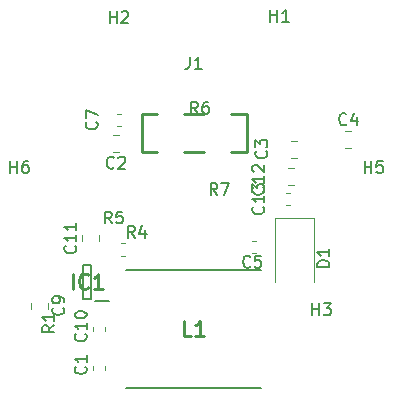
<source format=gbr>
%TF.GenerationSoftware,KiCad,Pcbnew,(6.0.10)*%
%TF.CreationDate,2023-09-05T22:10:59+02:00*%
%TF.ProjectId,Pump PCB,50756d70-2050-4434-922e-6b696361645f,rev?*%
%TF.SameCoordinates,Original*%
%TF.FileFunction,Legend,Top*%
%TF.FilePolarity,Positive*%
%FSLAX46Y46*%
G04 Gerber Fmt 4.6, Leading zero omitted, Abs format (unit mm)*
G04 Created by KiCad (PCBNEW (6.0.10)) date 2023-09-05 22:10:59*
%MOMM*%
%LPD*%
G01*
G04 APERTURE LIST*
%ADD10C,0.150000*%
%ADD11C,0.254000*%
%ADD12C,0.120000*%
%ADD13C,0.200000*%
%ADD14C,0.250000*%
G04 APERTURE END LIST*
D10*
%TO.C,C2*%
X122261333Y-52299142D02*
X122213714Y-52346761D01*
X122070857Y-52394380D01*
X121975619Y-52394380D01*
X121832761Y-52346761D01*
X121737523Y-52251523D01*
X121689904Y-52156285D01*
X121642285Y-51965809D01*
X121642285Y-51822952D01*
X121689904Y-51632476D01*
X121737523Y-51537238D01*
X121832761Y-51442000D01*
X121975619Y-51394380D01*
X122070857Y-51394380D01*
X122213714Y-51442000D01*
X122261333Y-51489619D01*
X122642285Y-51489619D02*
X122689904Y-51442000D01*
X122785142Y-51394380D01*
X123023238Y-51394380D01*
X123118476Y-51442000D01*
X123166095Y-51489619D01*
X123213714Y-51584857D01*
X123213714Y-51680095D01*
X123166095Y-51822952D01*
X122594666Y-52394380D01*
X123213714Y-52394380D01*
%TO.C,C3*%
X135148142Y-50916666D02*
X135195761Y-50964285D01*
X135243380Y-51107142D01*
X135243380Y-51202380D01*
X135195761Y-51345238D01*
X135100523Y-51440476D01*
X135005285Y-51488095D01*
X134814809Y-51535714D01*
X134671952Y-51535714D01*
X134481476Y-51488095D01*
X134386238Y-51440476D01*
X134291000Y-51345238D01*
X134243380Y-51202380D01*
X134243380Y-51107142D01*
X134291000Y-50964285D01*
X134338619Y-50916666D01*
X134243380Y-50583333D02*
X134243380Y-49964285D01*
X134624333Y-50297619D01*
X134624333Y-50154761D01*
X134671952Y-50059523D01*
X134719571Y-50011904D01*
X134814809Y-49964285D01*
X135052904Y-49964285D01*
X135148142Y-50011904D01*
X135195761Y-50059523D01*
X135243380Y-50154761D01*
X135243380Y-50440476D01*
X135195761Y-50535714D01*
X135148142Y-50583333D01*
%TO.C,C4*%
X141946333Y-48618142D02*
X141898714Y-48665761D01*
X141755857Y-48713380D01*
X141660619Y-48713380D01*
X141517761Y-48665761D01*
X141422523Y-48570523D01*
X141374904Y-48475285D01*
X141327285Y-48284809D01*
X141327285Y-48141952D01*
X141374904Y-47951476D01*
X141422523Y-47856238D01*
X141517761Y-47761000D01*
X141660619Y-47713380D01*
X141755857Y-47713380D01*
X141898714Y-47761000D01*
X141946333Y-47808619D01*
X142803476Y-48046714D02*
X142803476Y-48713380D01*
X142565380Y-47665761D02*
X142327285Y-48380047D01*
X142946333Y-48380047D01*
%TO.C,C7*%
X120785142Y-48458666D02*
X120832761Y-48506285D01*
X120880380Y-48649142D01*
X120880380Y-48744380D01*
X120832761Y-48887238D01*
X120737523Y-48982476D01*
X120642285Y-49030095D01*
X120451809Y-49077714D01*
X120308952Y-49077714D01*
X120118476Y-49030095D01*
X120023238Y-48982476D01*
X119928000Y-48887238D01*
X119880380Y-48744380D01*
X119880380Y-48649142D01*
X119928000Y-48506285D01*
X119975619Y-48458666D01*
X119880380Y-48125333D02*
X119880380Y-47458666D01*
X120880380Y-47887238D01*
%TO.C,C10*%
X119857142Y-66392857D02*
X119904761Y-66440476D01*
X119952380Y-66583333D01*
X119952380Y-66678571D01*
X119904761Y-66821428D01*
X119809523Y-66916666D01*
X119714285Y-66964285D01*
X119523809Y-67011904D01*
X119380952Y-67011904D01*
X119190476Y-66964285D01*
X119095238Y-66916666D01*
X119000000Y-66821428D01*
X118952380Y-66678571D01*
X118952380Y-66583333D01*
X119000000Y-66440476D01*
X119047619Y-66392857D01*
X119952380Y-65440476D02*
X119952380Y-66011904D01*
X119952380Y-65726190D02*
X118952380Y-65726190D01*
X119095238Y-65821428D01*
X119190476Y-65916666D01*
X119238095Y-66011904D01*
X118952380Y-64821428D02*
X118952380Y-64726190D01*
X119000000Y-64630952D01*
X119047619Y-64583333D01*
X119142857Y-64535714D01*
X119333333Y-64488095D01*
X119571428Y-64488095D01*
X119761904Y-64535714D01*
X119857142Y-64583333D01*
X119904761Y-64630952D01*
X119952380Y-64726190D01*
X119952380Y-64821428D01*
X119904761Y-64916666D01*
X119857142Y-64964285D01*
X119761904Y-65011904D01*
X119571428Y-65059523D01*
X119333333Y-65059523D01*
X119142857Y-65011904D01*
X119047619Y-64964285D01*
X119000000Y-64916666D01*
X118952380Y-64821428D01*
%TO.C,C12*%
X134894142Y-53978857D02*
X134941761Y-54026476D01*
X134989380Y-54169333D01*
X134989380Y-54264571D01*
X134941761Y-54407428D01*
X134846523Y-54502666D01*
X134751285Y-54550285D01*
X134560809Y-54597904D01*
X134417952Y-54597904D01*
X134227476Y-54550285D01*
X134132238Y-54502666D01*
X134037000Y-54407428D01*
X133989380Y-54264571D01*
X133989380Y-54169333D01*
X134037000Y-54026476D01*
X134084619Y-53978857D01*
X134989380Y-53026476D02*
X134989380Y-53597904D01*
X134989380Y-53312190D02*
X133989380Y-53312190D01*
X134132238Y-53407428D01*
X134227476Y-53502666D01*
X134275095Y-53597904D01*
X134084619Y-52645523D02*
X134037000Y-52597904D01*
X133989380Y-52502666D01*
X133989380Y-52264571D01*
X134037000Y-52169333D01*
X134084619Y-52121714D01*
X134179857Y-52074095D01*
X134275095Y-52074095D01*
X134417952Y-52121714D01*
X134989380Y-52693142D01*
X134989380Y-52074095D01*
%TO.C,C13*%
X134890142Y-55633857D02*
X134937761Y-55681476D01*
X134985380Y-55824333D01*
X134985380Y-55919571D01*
X134937761Y-56062428D01*
X134842523Y-56157666D01*
X134747285Y-56205285D01*
X134556809Y-56252904D01*
X134413952Y-56252904D01*
X134223476Y-56205285D01*
X134128238Y-56157666D01*
X134033000Y-56062428D01*
X133985380Y-55919571D01*
X133985380Y-55824333D01*
X134033000Y-55681476D01*
X134080619Y-55633857D01*
X134985380Y-54681476D02*
X134985380Y-55252904D01*
X134985380Y-54967190D02*
X133985380Y-54967190D01*
X134128238Y-55062428D01*
X134223476Y-55157666D01*
X134271095Y-55252904D01*
X133985380Y-54348142D02*
X133985380Y-53729095D01*
X134366333Y-54062428D01*
X134366333Y-53919571D01*
X134413952Y-53824333D01*
X134461571Y-53776714D01*
X134556809Y-53729095D01*
X134794904Y-53729095D01*
X134890142Y-53776714D01*
X134937761Y-53824333D01*
X134985380Y-53919571D01*
X134985380Y-54205285D01*
X134937761Y-54300523D01*
X134890142Y-54348142D01*
%TO.C,D1*%
X140493380Y-60738095D02*
X139493380Y-60738095D01*
X139493380Y-60500000D01*
X139541000Y-60357142D01*
X139636238Y-60261904D01*
X139731476Y-60214285D01*
X139921952Y-60166666D01*
X140064809Y-60166666D01*
X140255285Y-60214285D01*
X140350523Y-60261904D01*
X140445761Y-60357142D01*
X140493380Y-60500000D01*
X140493380Y-60738095D01*
X140493380Y-59214285D02*
X140493380Y-59785714D01*
X140493380Y-59500000D02*
X139493380Y-59500000D01*
X139636238Y-59595238D01*
X139731476Y-59690476D01*
X139779095Y-59785714D01*
%TO.C,H1*%
X135509095Y-39949380D02*
X135509095Y-38949380D01*
X135509095Y-39425571D02*
X136080523Y-39425571D01*
X136080523Y-39949380D02*
X136080523Y-38949380D01*
X137080523Y-39949380D02*
X136509095Y-39949380D01*
X136794809Y-39949380D02*
X136794809Y-38949380D01*
X136699571Y-39092238D01*
X136604333Y-39187476D01*
X136509095Y-39235095D01*
%TO.C,H2*%
X121920095Y-40076380D02*
X121920095Y-39076380D01*
X121920095Y-39552571D02*
X122491523Y-39552571D01*
X122491523Y-40076380D02*
X122491523Y-39076380D01*
X122920095Y-39171619D02*
X122967714Y-39124000D01*
X123062952Y-39076380D01*
X123301047Y-39076380D01*
X123396285Y-39124000D01*
X123443904Y-39171619D01*
X123491523Y-39266857D01*
X123491523Y-39362095D01*
X123443904Y-39504952D01*
X122872476Y-40076380D01*
X123491523Y-40076380D01*
%TO.C,H3*%
X139065095Y-64816380D02*
X139065095Y-63816380D01*
X139065095Y-64292571D02*
X139636523Y-64292571D01*
X139636523Y-64816380D02*
X139636523Y-63816380D01*
X140017476Y-63816380D02*
X140636523Y-63816380D01*
X140303190Y-64197333D01*
X140446047Y-64197333D01*
X140541285Y-64244952D01*
X140588904Y-64292571D01*
X140636523Y-64387809D01*
X140636523Y-64625904D01*
X140588904Y-64721142D01*
X140541285Y-64768761D01*
X140446047Y-64816380D01*
X140160333Y-64816380D01*
X140065095Y-64768761D01*
X140017476Y-64721142D01*
%TO.C,H5*%
X143488095Y-52752380D02*
X143488095Y-51752380D01*
X143488095Y-52228571D02*
X144059523Y-52228571D01*
X144059523Y-52752380D02*
X144059523Y-51752380D01*
X145011904Y-51752380D02*
X144535714Y-51752380D01*
X144488095Y-52228571D01*
X144535714Y-52180952D01*
X144630952Y-52133333D01*
X144869047Y-52133333D01*
X144964285Y-52180952D01*
X145011904Y-52228571D01*
X145059523Y-52323809D01*
X145059523Y-52561904D01*
X145011904Y-52657142D01*
X144964285Y-52704761D01*
X144869047Y-52752380D01*
X144630952Y-52752380D01*
X144535714Y-52704761D01*
X144488095Y-52657142D01*
%TO.C,H6*%
X113488095Y-52752380D02*
X113488095Y-51752380D01*
X113488095Y-52228571D02*
X114059523Y-52228571D01*
X114059523Y-52752380D02*
X114059523Y-51752380D01*
X114964285Y-51752380D02*
X114773809Y-51752380D01*
X114678571Y-51800000D01*
X114630952Y-51847619D01*
X114535714Y-51990476D01*
X114488095Y-52180952D01*
X114488095Y-52561904D01*
X114535714Y-52657142D01*
X114583333Y-52704761D01*
X114678571Y-52752380D01*
X114869047Y-52752380D01*
X114964285Y-52704761D01*
X115011904Y-52657142D01*
X115059523Y-52561904D01*
X115059523Y-52323809D01*
X115011904Y-52228571D01*
X114964285Y-52180952D01*
X114869047Y-52133333D01*
X114678571Y-52133333D01*
X114583333Y-52180952D01*
X114535714Y-52228571D01*
X114488095Y-52323809D01*
D11*
%TO.C,IC1*%
X118760238Y-62574523D02*
X118760238Y-61304523D01*
X120090714Y-62453571D02*
X120030238Y-62514047D01*
X119848809Y-62574523D01*
X119727857Y-62574523D01*
X119546428Y-62514047D01*
X119425476Y-62393095D01*
X119365000Y-62272142D01*
X119304523Y-62030238D01*
X119304523Y-61848809D01*
X119365000Y-61606904D01*
X119425476Y-61485952D01*
X119546428Y-61365000D01*
X119727857Y-61304523D01*
X119848809Y-61304523D01*
X120030238Y-61365000D01*
X120090714Y-61425476D01*
X121300238Y-62574523D02*
X120574523Y-62574523D01*
X120937380Y-62574523D02*
X120937380Y-61304523D01*
X120816428Y-61485952D01*
X120695476Y-61606904D01*
X120574523Y-61667380D01*
%TO.C,L1*%
X128788333Y-66574523D02*
X128183571Y-66574523D01*
X128183571Y-65304523D01*
X129876904Y-66574523D02*
X129151190Y-66574523D01*
X129514047Y-66574523D02*
X129514047Y-65304523D01*
X129393095Y-65485952D01*
X129272142Y-65606904D01*
X129151190Y-65667380D01*
D10*
%TO.C,R1*%
X117202380Y-65666666D02*
X116726190Y-66000000D01*
X117202380Y-66238095D02*
X116202380Y-66238095D01*
X116202380Y-65857142D01*
X116250000Y-65761904D01*
X116297619Y-65714285D01*
X116392857Y-65666666D01*
X116535714Y-65666666D01*
X116630952Y-65714285D01*
X116678571Y-65761904D01*
X116726190Y-65857142D01*
X116726190Y-66238095D01*
X117202380Y-64714285D02*
X117202380Y-65285714D01*
X117202380Y-65000000D02*
X116202380Y-65000000D01*
X116345238Y-65095238D01*
X116440476Y-65190476D01*
X116488095Y-65285714D01*
%TO.C,R4*%
X124039333Y-58237380D02*
X123706000Y-57761190D01*
X123467904Y-58237380D02*
X123467904Y-57237380D01*
X123848857Y-57237380D01*
X123944095Y-57285000D01*
X123991714Y-57332619D01*
X124039333Y-57427857D01*
X124039333Y-57570714D01*
X123991714Y-57665952D01*
X123944095Y-57713571D01*
X123848857Y-57761190D01*
X123467904Y-57761190D01*
X124896476Y-57570714D02*
X124896476Y-58237380D01*
X124658380Y-57189761D02*
X124420285Y-57904047D01*
X125039333Y-57904047D01*
%TO.C,R5*%
X122083333Y-57032380D02*
X121750000Y-56556190D01*
X121511904Y-57032380D02*
X121511904Y-56032380D01*
X121892857Y-56032380D01*
X121988095Y-56080000D01*
X122035714Y-56127619D01*
X122083333Y-56222857D01*
X122083333Y-56365714D01*
X122035714Y-56460952D01*
X121988095Y-56508571D01*
X121892857Y-56556190D01*
X121511904Y-56556190D01*
X122988095Y-56032380D02*
X122511904Y-56032380D01*
X122464285Y-56508571D01*
X122511904Y-56460952D01*
X122607142Y-56413333D01*
X122845238Y-56413333D01*
X122940476Y-56460952D01*
X122988095Y-56508571D01*
X123035714Y-56603809D01*
X123035714Y-56841904D01*
X122988095Y-56937142D01*
X122940476Y-56984761D01*
X122845238Y-57032380D01*
X122607142Y-57032380D01*
X122511904Y-56984761D01*
X122464285Y-56937142D01*
%TO.C,C11*%
X118976142Y-58935857D02*
X119023761Y-58983476D01*
X119071380Y-59126333D01*
X119071380Y-59221571D01*
X119023761Y-59364428D01*
X118928523Y-59459666D01*
X118833285Y-59507285D01*
X118642809Y-59554904D01*
X118499952Y-59554904D01*
X118309476Y-59507285D01*
X118214238Y-59459666D01*
X118119000Y-59364428D01*
X118071380Y-59221571D01*
X118071380Y-59126333D01*
X118119000Y-58983476D01*
X118166619Y-58935857D01*
X119071380Y-57983476D02*
X119071380Y-58554904D01*
X119071380Y-58269190D02*
X118071380Y-58269190D01*
X118214238Y-58364428D01*
X118309476Y-58459666D01*
X118357095Y-58554904D01*
X119071380Y-57031095D02*
X119071380Y-57602523D01*
X119071380Y-57316809D02*
X118071380Y-57316809D01*
X118214238Y-57412047D01*
X118309476Y-57507285D01*
X118357095Y-57602523D01*
%TO.C,C9*%
X117958142Y-64174666D02*
X118005761Y-64222285D01*
X118053380Y-64365142D01*
X118053380Y-64460380D01*
X118005761Y-64603238D01*
X117910523Y-64698476D01*
X117815285Y-64746095D01*
X117624809Y-64793714D01*
X117481952Y-64793714D01*
X117291476Y-64746095D01*
X117196238Y-64698476D01*
X117101000Y-64603238D01*
X117053380Y-64460380D01*
X117053380Y-64365142D01*
X117101000Y-64222285D01*
X117148619Y-64174666D01*
X118053380Y-63698476D02*
X118053380Y-63508000D01*
X118005761Y-63412761D01*
X117958142Y-63365142D01*
X117815285Y-63269904D01*
X117624809Y-63222285D01*
X117243857Y-63222285D01*
X117148619Y-63269904D01*
X117101000Y-63317523D01*
X117053380Y-63412761D01*
X117053380Y-63603238D01*
X117101000Y-63698476D01*
X117148619Y-63746095D01*
X117243857Y-63793714D01*
X117481952Y-63793714D01*
X117577190Y-63746095D01*
X117624809Y-63698476D01*
X117672428Y-63603238D01*
X117672428Y-63412761D01*
X117624809Y-63317523D01*
X117577190Y-63269904D01*
X117481952Y-63222285D01*
%TO.C,C5*%
X133807333Y-60682142D02*
X133759714Y-60729761D01*
X133616857Y-60777380D01*
X133521619Y-60777380D01*
X133378761Y-60729761D01*
X133283523Y-60634523D01*
X133235904Y-60539285D01*
X133188285Y-60348809D01*
X133188285Y-60205952D01*
X133235904Y-60015476D01*
X133283523Y-59920238D01*
X133378761Y-59825000D01*
X133521619Y-59777380D01*
X133616857Y-59777380D01*
X133759714Y-59825000D01*
X133807333Y-59872619D01*
X134712095Y-59777380D02*
X134235904Y-59777380D01*
X134188285Y-60253571D01*
X134235904Y-60205952D01*
X134331142Y-60158333D01*
X134569238Y-60158333D01*
X134664476Y-60205952D01*
X134712095Y-60253571D01*
X134759714Y-60348809D01*
X134759714Y-60586904D01*
X134712095Y-60682142D01*
X134664476Y-60729761D01*
X134569238Y-60777380D01*
X134331142Y-60777380D01*
X134235904Y-60729761D01*
X134188285Y-60682142D01*
%TO.C,C1*%
X119857142Y-69166666D02*
X119904761Y-69214285D01*
X119952380Y-69357142D01*
X119952380Y-69452380D01*
X119904761Y-69595238D01*
X119809523Y-69690476D01*
X119714285Y-69738095D01*
X119523809Y-69785714D01*
X119380952Y-69785714D01*
X119190476Y-69738095D01*
X119095238Y-69690476D01*
X119000000Y-69595238D01*
X118952380Y-69452380D01*
X118952380Y-69357142D01*
X119000000Y-69214285D01*
X119047619Y-69166666D01*
X119952380Y-68214285D02*
X119952380Y-68785714D01*
X119952380Y-68500000D02*
X118952380Y-68500000D01*
X119095238Y-68595238D01*
X119190476Y-68690476D01*
X119238095Y-68785714D01*
%TO.C,R6*%
X129373333Y-47738380D02*
X129040000Y-47262190D01*
X128801904Y-47738380D02*
X128801904Y-46738380D01*
X129182857Y-46738380D01*
X129278095Y-46786000D01*
X129325714Y-46833619D01*
X129373333Y-46928857D01*
X129373333Y-47071714D01*
X129325714Y-47166952D01*
X129278095Y-47214571D01*
X129182857Y-47262190D01*
X128801904Y-47262190D01*
X130230476Y-46738380D02*
X130040000Y-46738380D01*
X129944761Y-46786000D01*
X129897142Y-46833619D01*
X129801904Y-46976476D01*
X129754285Y-47166952D01*
X129754285Y-47547904D01*
X129801904Y-47643142D01*
X129849523Y-47690761D01*
X129944761Y-47738380D01*
X130135238Y-47738380D01*
X130230476Y-47690761D01*
X130278095Y-47643142D01*
X130325714Y-47547904D01*
X130325714Y-47309809D01*
X130278095Y-47214571D01*
X130230476Y-47166952D01*
X130135238Y-47119333D01*
X129944761Y-47119333D01*
X129849523Y-47166952D01*
X129801904Y-47214571D01*
X129754285Y-47309809D01*
%TO.C,R7*%
X131024333Y-54633380D02*
X130691000Y-54157190D01*
X130452904Y-54633380D02*
X130452904Y-53633380D01*
X130833857Y-53633380D01*
X130929095Y-53681000D01*
X130976714Y-53728619D01*
X131024333Y-53823857D01*
X131024333Y-53966714D01*
X130976714Y-54061952D01*
X130929095Y-54109571D01*
X130833857Y-54157190D01*
X130452904Y-54157190D01*
X131357666Y-53633380D02*
X132024333Y-53633380D01*
X131595761Y-54633380D01*
%TO.C,J1*%
X128698666Y-42940380D02*
X128698666Y-43654666D01*
X128651047Y-43797523D01*
X128555809Y-43892761D01*
X128412952Y-43940380D01*
X128317714Y-43940380D01*
X129698666Y-43940380D02*
X129127238Y-43940380D01*
X129412952Y-43940380D02*
X129412952Y-42940380D01*
X129317714Y-43083238D01*
X129222476Y-43178476D01*
X129127238Y-43226095D01*
D12*
%TO.C,C2*%
X122689252Y-49582000D02*
X122166748Y-49582000D01*
X122689252Y-51002000D02*
X122166748Y-51002000D01*
%TO.C,C3*%
X137279748Y-50040000D02*
X137802252Y-50040000D01*
X137279748Y-51460000D02*
X137802252Y-51460000D01*
%TO.C,C4*%
X141851748Y-50621000D02*
X142374252Y-50621000D01*
X141851748Y-49201000D02*
X142374252Y-49201000D01*
%TO.C,C7*%
X122840779Y-48802000D02*
X122515221Y-48802000D01*
X122840779Y-47782000D02*
X122515221Y-47782000D01*
%TO.C,C10*%
X121510000Y-65837221D02*
X121510000Y-66162779D01*
X120490000Y-65837221D02*
X120490000Y-66162779D01*
%TO.C,C12*%
X137025748Y-53796000D02*
X137548252Y-53796000D01*
X137025748Y-52376000D02*
X137548252Y-52376000D01*
%TO.C,C13*%
X136870221Y-54481000D02*
X137195779Y-54481000D01*
X136870221Y-55501000D02*
X137195779Y-55501000D01*
%TO.C,D1*%
X135891000Y-56600000D02*
X135891000Y-62000000D01*
X139191000Y-56600000D02*
X139191000Y-62000000D01*
X139191000Y-56600000D02*
X135891000Y-56600000D01*
D13*
%TO.C,IC1*%
X119675000Y-60550000D02*
X120325000Y-60550000D01*
X119675000Y-63450000D02*
X119675000Y-60550000D01*
X120325000Y-60550000D02*
X120325000Y-63450000D01*
X121825000Y-63600000D02*
X120675000Y-63600000D01*
X120325000Y-63450000D02*
X119675000Y-63450000D01*
%TO.C,L1*%
X134750000Y-61000000D02*
X123250000Y-61000000D01*
X123250000Y-71000000D02*
X134750000Y-71000000D01*
D12*
%TO.C,R4*%
X122837221Y-59760000D02*
X123162779Y-59760000D01*
X122837221Y-58740000D02*
X123162779Y-58740000D01*
%TO.C,C11*%
X120979000Y-58554252D02*
X120979000Y-58031748D01*
X119559000Y-58554252D02*
X119559000Y-58031748D01*
%TO.C,C9*%
X115241000Y-63746748D02*
X115241000Y-64269252D01*
X116661000Y-63746748D02*
X116661000Y-64269252D01*
%TO.C,C5*%
X134274779Y-59510000D02*
X133949221Y-59510000D01*
X134274779Y-58490000D02*
X133949221Y-58490000D01*
%TO.C,C1*%
X120490000Y-69412779D02*
X120490000Y-69087221D01*
X121510000Y-69412779D02*
X121510000Y-69087221D01*
D14*
%TO.C,J1*%
X133532000Y-47818000D02*
X133532000Y-51018000D01*
X128182000Y-47818000D02*
X129882000Y-47818000D01*
X124632000Y-51018000D02*
X124632000Y-47818000D01*
X124632000Y-47818000D02*
X125882000Y-47818000D01*
X133532000Y-51018000D02*
X132182000Y-51018000D01*
X125882000Y-51018000D02*
X124632000Y-51018000D01*
X132182000Y-47818000D02*
X133532000Y-47818000D01*
X129882000Y-51018000D02*
X128182000Y-51018000D01*
%TD*%
M02*

</source>
